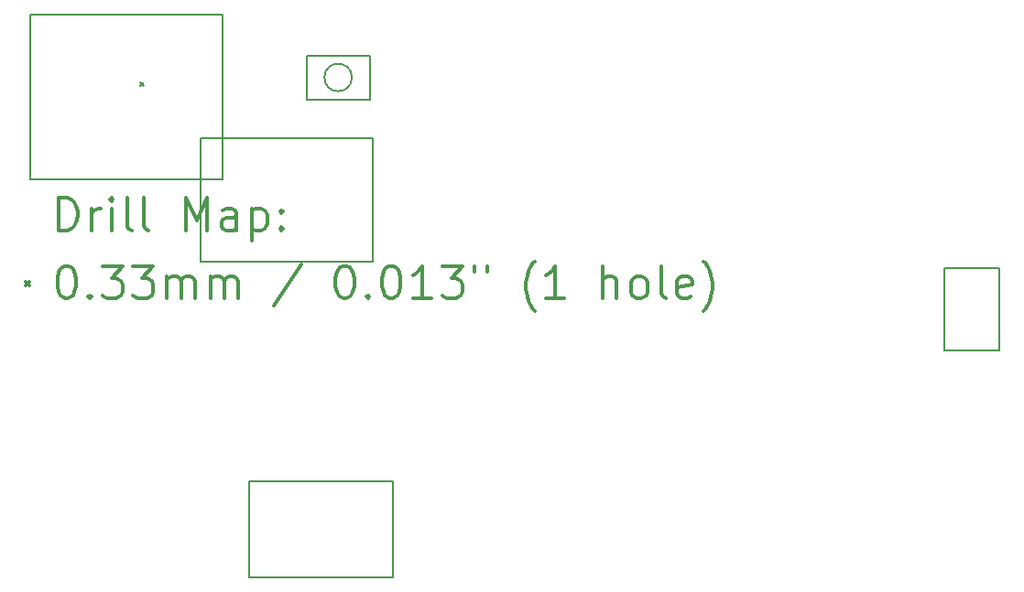
<source format=gbr>
G04 This is an RS-274x file exported by *
G04 gerbv version 2.6.0 *
G04 More information is available about gerbv at *
G04 http://gerbv.gpleda.org/ *
G04 --End of header info--*
%MOIN*%
%FSLAX34Y34*%
%IPPOS*%
G04 --Define apertures--*
%ADD10C,0.0050*%
%ADD11C,0.0060*%
%ADD12C,0.0079*%
%ADD13C,0.0118*%
%ADD14C,0.0138*%
%ADD15C,0.0059*%
G04 --Start main section--*
G54D11*
G01X0042000Y-034000D02*
G01X0042000Y-028000D01*
G01X0035000Y-034000D02*
G01X0042000Y-034000D01*
G01X0035000Y-028000D02*
G01X0035000Y-034000D01*
G01X0042000Y-028000D02*
G01X0035000Y-028000D01*
G54D12*
G01X0038995Y-030475D02*
G01X0039125Y-030605D01*
G01X0039125Y-030475D02*
G01X0038995Y-030605D01*
G54D13*
G01X0036039Y-035864D02*
G01X0036039Y-034682D01*
G01X0036039Y-034682D02*
G01X0036320Y-034682D01*
G01X0036320Y-034682D02*
G01X0036489Y-034739D01*
G01X0036489Y-034739D02*
G01X0036601Y-034851D01*
G01X0036601Y-034851D02*
G01X0036657Y-034964D01*
G01X0036657Y-034964D02*
G01X0036714Y-035189D01*
G01X0036714Y-035189D02*
G01X0036714Y-035357D01*
G01X0036714Y-035357D02*
G01X0036657Y-035582D01*
G01X0036657Y-035582D02*
G01X0036601Y-035695D01*
G01X0036601Y-035695D02*
G01X0036489Y-035807D01*
G01X0036489Y-035807D02*
G01X0036320Y-035864D01*
G01X0036320Y-035864D02*
G01X0036039Y-035864D01*
G01X0037220Y-035864D02*
G01X0037220Y-035076D01*
G01X0037220Y-035301D02*
G01X0037276Y-035189D01*
G01X0037276Y-035189D02*
G01X0037332Y-035132D01*
G01X0037332Y-035132D02*
G01X0037445Y-035076D01*
G01X0037445Y-035076D02*
G01X0037557Y-035076D01*
G01X0037951Y-035864D02*
G01X0037951Y-035076D01*
G01X0037951Y-034682D02*
G01X0037895Y-034739D01*
G01X0037895Y-034739D02*
G01X0037951Y-034795D01*
G01X0037951Y-034795D02*
G01X0038007Y-034739D01*
G01X0038007Y-034739D02*
G01X0037951Y-034682D01*
G01X0037951Y-034682D02*
G01X0037951Y-034795D01*
G01X0038682Y-035864D02*
G01X0038570Y-035807D01*
G01X0038570Y-035807D02*
G01X0038513Y-035695D01*
G01X0038513Y-035695D02*
G01X0038513Y-034682D01*
G01X0039301Y-035864D02*
G01X0039188Y-035807D01*
G01X0039188Y-035807D02*
G01X0039132Y-035695D01*
G01X0039132Y-035695D02*
G01X0039132Y-034682D01*
G01X0040651Y-035864D02*
G01X0040651Y-034682D01*
G01X0040651Y-034682D02*
G01X0041044Y-035526D01*
G01X0041044Y-035526D02*
G01X0041438Y-034682D01*
G01X0041438Y-034682D02*
G01X0041438Y-035864D01*
G01X0042507Y-035864D02*
G01X0042507Y-035245D01*
G01X0042507Y-035245D02*
G01X0042450Y-035132D01*
G01X0042450Y-035132D02*
G01X0042338Y-035076D01*
G01X0042338Y-035076D02*
G01X0042113Y-035076D01*
G01X0042113Y-035076D02*
G01X0042000Y-035132D01*
G01X0042507Y-035807D02*
G01X0042394Y-035864D01*
G01X0042394Y-035864D02*
G01X0042113Y-035864D01*
G01X0042113Y-035864D02*
G01X0042000Y-035807D01*
G01X0042000Y-035807D02*
G01X0041944Y-035695D01*
G01X0041944Y-035695D02*
G01X0041944Y-035582D01*
G01X0041944Y-035582D02*
G01X0042000Y-035470D01*
G01X0042000Y-035470D02*
G01X0042113Y-035414D01*
G01X0042113Y-035414D02*
G01X0042394Y-035414D01*
G01X0042394Y-035414D02*
G01X0042507Y-035357D01*
G01X0043069Y-035076D02*
G01X0043069Y-036257D01*
G01X0043069Y-035132D02*
G01X0043181Y-035076D01*
G01X0043181Y-035076D02*
G01X0043406Y-035076D01*
G01X0043406Y-035076D02*
G01X0043519Y-035132D01*
G01X0043519Y-035132D02*
G01X0043575Y-035189D01*
G01X0043575Y-035189D02*
G01X0043631Y-035301D01*
G01X0043631Y-035301D02*
G01X0043631Y-035639D01*
G01X0043631Y-035639D02*
G01X0043575Y-035751D01*
G01X0043575Y-035751D02*
G01X0043519Y-035807D01*
G01X0043519Y-035807D02*
G01X0043406Y-035864D01*
G01X0043406Y-035864D02*
G01X0043181Y-035864D01*
G01X0043181Y-035864D02*
G01X0043069Y-035807D01*
G01X0044138Y-035751D02*
G01X0044194Y-035807D01*
G01X0044194Y-035807D02*
G01X0044138Y-035864D01*
G01X0044138Y-035864D02*
G01X0044081Y-035807D01*
G01X0044081Y-035807D02*
G01X0044138Y-035751D01*
G01X0044138Y-035751D02*
G01X0044138Y-035864D01*
G01X0044138Y-035132D02*
G01X0044194Y-035189D01*
G01X0044194Y-035189D02*
G01X0044138Y-035245D01*
G01X0044138Y-035245D02*
G01X0044081Y-035189D01*
G01X0044081Y-035189D02*
G01X0044138Y-035132D01*
G01X0044138Y-035132D02*
G01X0044138Y-035245D01*
G01X0034840Y-037745D02*
G01X0034970Y-037875D01*
G01X0034970Y-037745D02*
G01X0034840Y-037875D01*
G01X0036264Y-037163D02*
G01X0036376Y-037163D01*
G01X0036376Y-037163D02*
G01X0036489Y-037219D01*
G01X0036489Y-037219D02*
G01X0036545Y-037275D01*
G01X0036545Y-037275D02*
G01X0036601Y-037388D01*
G01X0036601Y-037388D02*
G01X0036657Y-037613D01*
G01X0036657Y-037613D02*
G01X0036657Y-037894D01*
G01X0036657Y-037894D02*
G01X0036601Y-038119D01*
G01X0036601Y-038119D02*
G01X0036545Y-038231D01*
G01X0036545Y-038231D02*
G01X0036489Y-038288D01*
G01X0036489Y-038288D02*
G01X0036376Y-038344D01*
G01X0036376Y-038344D02*
G01X0036264Y-038344D01*
G01X0036264Y-038344D02*
G01X0036151Y-038288D01*
G01X0036151Y-038288D02*
G01X0036095Y-038231D01*
G01X0036095Y-038231D02*
G01X0036039Y-038119D01*
G01X0036039Y-038119D02*
G01X0035982Y-037894D01*
G01X0035982Y-037894D02*
G01X0035982Y-037613D01*
G01X0035982Y-037613D02*
G01X0036039Y-037388D01*
G01X0036039Y-037388D02*
G01X0036095Y-037275D01*
G01X0036095Y-037275D02*
G01X0036151Y-037219D01*
G01X0036151Y-037219D02*
G01X0036264Y-037163D01*
G01X0037163Y-038231D02*
G01X0037220Y-038288D01*
G01X0037220Y-038288D02*
G01X0037163Y-038344D01*
G01X0037163Y-038344D02*
G01X0037107Y-038288D01*
G01X0037107Y-038288D02*
G01X0037163Y-038231D01*
G01X0037163Y-038231D02*
G01X0037163Y-038344D01*
G01X0037613Y-037163D02*
G01X0038345Y-037163D01*
G01X0038345Y-037163D02*
G01X0037951Y-037613D01*
G01X0037951Y-037613D02*
G01X0038120Y-037613D01*
G01X0038120Y-037613D02*
G01X0038232Y-037669D01*
G01X0038232Y-037669D02*
G01X0038288Y-037725D01*
G01X0038288Y-037725D02*
G01X0038345Y-037838D01*
G01X0038345Y-037838D02*
G01X0038345Y-038119D01*
G01X0038345Y-038119D02*
G01X0038288Y-038231D01*
G01X0038288Y-038231D02*
G01X0038232Y-038288D01*
G01X0038232Y-038288D02*
G01X0038120Y-038344D01*
G01X0038120Y-038344D02*
G01X0037782Y-038344D01*
G01X0037782Y-038344D02*
G01X0037670Y-038288D01*
G01X0037670Y-038288D02*
G01X0037613Y-038231D01*
G01X0038738Y-037163D02*
G01X0039469Y-037163D01*
G01X0039469Y-037163D02*
G01X0039076Y-037613D01*
G01X0039076Y-037613D02*
G01X0039244Y-037613D01*
G01X0039244Y-037613D02*
G01X0039357Y-037669D01*
G01X0039357Y-037669D02*
G01X0039413Y-037725D01*
G01X0039413Y-037725D02*
G01X0039469Y-037838D01*
G01X0039469Y-037838D02*
G01X0039469Y-038119D01*
G01X0039469Y-038119D02*
G01X0039413Y-038231D01*
G01X0039413Y-038231D02*
G01X0039357Y-038288D01*
G01X0039357Y-038288D02*
G01X0039244Y-038344D01*
G01X0039244Y-038344D02*
G01X0038907Y-038344D01*
G01X0038907Y-038344D02*
G01X0038795Y-038288D01*
G01X0038795Y-038288D02*
G01X0038738Y-038231D01*
G01X0039976Y-038344D02*
G01X0039976Y-037556D01*
G01X0039976Y-037669D02*
G01X0040032Y-037613D01*
G01X0040032Y-037613D02*
G01X0040144Y-037556D01*
G01X0040144Y-037556D02*
G01X0040313Y-037556D01*
G01X0040313Y-037556D02*
G01X0040426Y-037613D01*
G01X0040426Y-037613D02*
G01X0040482Y-037725D01*
G01X0040482Y-037725D02*
G01X0040482Y-038344D01*
G01X0040482Y-037725D02*
G01X0040538Y-037613D01*
G01X0040538Y-037613D02*
G01X0040651Y-037556D01*
G01X0040651Y-037556D02*
G01X0040819Y-037556D01*
G01X0040819Y-037556D02*
G01X0040932Y-037613D01*
G01X0040932Y-037613D02*
G01X0040988Y-037725D01*
G01X0040988Y-037725D02*
G01X0040988Y-038344D01*
G01X0041550Y-038344D02*
G01X0041550Y-037556D01*
G01X0041550Y-037669D02*
G01X0041607Y-037613D01*
G01X0041607Y-037613D02*
G01X0041719Y-037556D01*
G01X0041719Y-037556D02*
G01X0041888Y-037556D01*
G01X0041888Y-037556D02*
G01X0042000Y-037613D01*
G01X0042000Y-037613D02*
G01X0042057Y-037725D01*
G01X0042057Y-037725D02*
G01X0042057Y-038344D01*
G01X0042057Y-037725D02*
G01X0042113Y-037613D01*
G01X0042113Y-037613D02*
G01X0042225Y-037556D01*
G01X0042225Y-037556D02*
G01X0042394Y-037556D01*
G01X0042394Y-037556D02*
G01X0042507Y-037613D01*
G01X0042507Y-037613D02*
G01X0042563Y-037725D01*
G01X0042563Y-037725D02*
G01X0042563Y-038344D01*
G01X0044869Y-037106D02*
G01X0043856Y-038625D01*
G01X0046387Y-037163D02*
G01X0046500Y-037163D01*
G01X0046500Y-037163D02*
G01X0046612Y-037219D01*
G01X0046612Y-037219D02*
G01X0046669Y-037275D01*
G01X0046669Y-037275D02*
G01X0046725Y-037388D01*
G01X0046725Y-037388D02*
G01X0046781Y-037613D01*
G01X0046781Y-037613D02*
G01X0046781Y-037894D01*
G01X0046781Y-037894D02*
G01X0046725Y-038119D01*
G01X0046725Y-038119D02*
G01X0046669Y-038231D01*
G01X0046669Y-038231D02*
G01X0046612Y-038288D01*
G01X0046612Y-038288D02*
G01X0046500Y-038344D01*
G01X0046500Y-038344D02*
G01X0046387Y-038344D01*
G01X0046387Y-038344D02*
G01X0046275Y-038288D01*
G01X0046275Y-038288D02*
G01X0046219Y-038231D01*
G01X0046219Y-038231D02*
G01X0046162Y-038119D01*
G01X0046162Y-038119D02*
G01X0046106Y-037894D01*
G01X0046106Y-037894D02*
G01X0046106Y-037613D01*
G01X0046106Y-037613D02*
G01X0046162Y-037388D01*
G01X0046162Y-037388D02*
G01X0046219Y-037275D01*
G01X0046219Y-037275D02*
G01X0046275Y-037219D01*
G01X0046275Y-037219D02*
G01X0046387Y-037163D01*
G01X0047287Y-038231D02*
G01X0047343Y-038288D01*
G01X0047343Y-038288D02*
G01X0047287Y-038344D01*
G01X0047287Y-038344D02*
G01X0047231Y-038288D01*
G01X0047231Y-038288D02*
G01X0047287Y-038231D01*
G01X0047287Y-038231D02*
G01X0047287Y-038344D01*
G01X0048075Y-037163D02*
G01X0048187Y-037163D01*
G01X0048187Y-037163D02*
G01X0048300Y-037219D01*
G01X0048300Y-037219D02*
G01X0048356Y-037275D01*
G01X0048356Y-037275D02*
G01X0048412Y-037388D01*
G01X0048412Y-037388D02*
G01X0048468Y-037613D01*
G01X0048468Y-037613D02*
G01X0048468Y-037894D01*
G01X0048468Y-037894D02*
G01X0048412Y-038119D01*
G01X0048412Y-038119D02*
G01X0048356Y-038231D01*
G01X0048356Y-038231D02*
G01X0048300Y-038288D01*
G01X0048300Y-038288D02*
G01X0048187Y-038344D01*
G01X0048187Y-038344D02*
G01X0048075Y-038344D01*
G01X0048075Y-038344D02*
G01X0047962Y-038288D01*
G01X0047962Y-038288D02*
G01X0047906Y-038231D01*
G01X0047906Y-038231D02*
G01X0047850Y-038119D01*
G01X0047850Y-038119D02*
G01X0047793Y-037894D01*
G01X0047793Y-037894D02*
G01X0047793Y-037613D01*
G01X0047793Y-037613D02*
G01X0047850Y-037388D01*
G01X0047850Y-037388D02*
G01X0047906Y-037275D01*
G01X0047906Y-037275D02*
G01X0047962Y-037219D01*
G01X0047962Y-037219D02*
G01X0048075Y-037163D01*
G01X0049593Y-038344D02*
G01X0048918Y-038344D01*
G01X0049256Y-038344D02*
G01X0049256Y-037163D01*
G01X0049256Y-037163D02*
G01X0049143Y-037331D01*
G01X0049143Y-037331D02*
G01X0049031Y-037444D01*
G01X0049031Y-037444D02*
G01X0048918Y-037500D01*
G01X0049987Y-037163D02*
G01X0050718Y-037163D01*
G01X0050718Y-037163D02*
G01X0050324Y-037613D01*
G01X0050324Y-037613D02*
G01X0050493Y-037613D01*
G01X0050493Y-037613D02*
G01X0050606Y-037669D01*
G01X0050606Y-037669D02*
G01X0050662Y-037725D01*
G01X0050662Y-037725D02*
G01X0050718Y-037838D01*
G01X0050718Y-037838D02*
G01X0050718Y-038119D01*
G01X0050718Y-038119D02*
G01X0050662Y-038231D01*
G01X0050662Y-038231D02*
G01X0050606Y-038288D01*
G01X0050606Y-038288D02*
G01X0050493Y-038344D01*
G01X0050493Y-038344D02*
G01X0050156Y-038344D01*
G01X0050156Y-038344D02*
G01X0050043Y-038288D01*
G01X0050043Y-038288D02*
G01X0049987Y-038231D01*
G01X0051168Y-037163D02*
G01X0051168Y-037388D01*
G01X0051618Y-037163D02*
G01X0051618Y-037388D01*
G01X0053361Y-038794D02*
G01X0053305Y-038738D01*
G01X0053305Y-038738D02*
G01X0053193Y-038569D01*
G01X0053193Y-038569D02*
G01X0053136Y-038456D01*
G01X0053136Y-038456D02*
G01X0053080Y-038288D01*
G01X0053080Y-038288D02*
G01X0053024Y-038006D01*
G01X0053024Y-038006D02*
G01X0053024Y-037781D01*
G01X0053024Y-037781D02*
G01X0053080Y-037500D01*
G01X0053080Y-037500D02*
G01X0053136Y-037331D01*
G01X0053136Y-037331D02*
G01X0053193Y-037219D01*
G01X0053193Y-037219D02*
G01X0053305Y-037050D01*
G01X0053305Y-037050D02*
G01X0053361Y-036994D01*
G01X0054430Y-038344D02*
G01X0053755Y-038344D01*
G01X0054093Y-038344D02*
G01X0054093Y-037163D01*
G01X0054093Y-037163D02*
G01X0053980Y-037331D01*
G01X0053980Y-037331D02*
G01X0053868Y-037444D01*
G01X0053868Y-037444D02*
G01X0053755Y-037500D01*
G01X0055836Y-038344D02*
G01X0055836Y-037163D01*
G01X0056342Y-038344D02*
G01X0056342Y-037725D01*
G01X0056342Y-037725D02*
G01X0056286Y-037613D01*
G01X0056286Y-037613D02*
G01X0056174Y-037556D01*
G01X0056174Y-037556D02*
G01X0056005Y-037556D01*
G01X0056005Y-037556D02*
G01X0055892Y-037613D01*
G01X0055892Y-037613D02*
G01X0055836Y-037669D01*
G01X0057073Y-038344D02*
G01X0056961Y-038288D01*
G01X0056961Y-038288D02*
G01X0056905Y-038231D01*
G01X0056905Y-038231D02*
G01X0056849Y-038119D01*
G01X0056849Y-038119D02*
G01X0056849Y-037781D01*
G01X0056849Y-037781D02*
G01X0056905Y-037669D01*
G01X0056905Y-037669D02*
G01X0056961Y-037613D01*
G01X0056961Y-037613D02*
G01X0057073Y-037556D01*
G01X0057073Y-037556D02*
G01X0057242Y-037556D01*
G01X0057242Y-037556D02*
G01X0057355Y-037613D01*
G01X0057355Y-037613D02*
G01X0057411Y-037669D01*
G01X0057411Y-037669D02*
G01X0057467Y-037781D01*
G01X0057467Y-037781D02*
G01X0057467Y-038119D01*
G01X0057467Y-038119D02*
G01X0057411Y-038231D01*
G01X0057411Y-038231D02*
G01X0057355Y-038288D01*
G01X0057355Y-038288D02*
G01X0057242Y-038344D01*
G01X0057242Y-038344D02*
G01X0057073Y-038344D01*
G01X0058142Y-038344D02*
G01X0058030Y-038288D01*
G01X0058030Y-038288D02*
G01X0057973Y-038175D01*
G01X0057973Y-038175D02*
G01X0057973Y-037163D01*
G01X0059042Y-038288D02*
G01X0058930Y-038344D01*
G01X0058930Y-038344D02*
G01X0058705Y-038344D01*
G01X0058705Y-038344D02*
G01X0058592Y-038288D01*
G01X0058592Y-038288D02*
G01X0058536Y-038175D01*
G01X0058536Y-038175D02*
G01X0058536Y-037725D01*
G01X0058536Y-037725D02*
G01X0058592Y-037613D01*
G01X0058592Y-037613D02*
G01X0058705Y-037556D01*
G01X0058705Y-037556D02*
G01X0058930Y-037556D01*
G01X0058930Y-037556D02*
G01X0059042Y-037613D01*
G01X0059042Y-037613D02*
G01X0059098Y-037725D01*
G01X0059098Y-037725D02*
G01X0059098Y-037838D01*
G01X0059098Y-037838D02*
G01X0058536Y-037950D01*
G01X0059492Y-038794D02*
G01X0059548Y-038738D01*
G01X0059548Y-038738D02*
G01X0059661Y-038569D01*
G01X0059661Y-038569D02*
G01X0059717Y-038456D01*
G01X0059717Y-038456D02*
G01X0059773Y-038288D01*
G01X0059773Y-038288D02*
G01X0059829Y-038006D01*
G01X0059829Y-038006D02*
G01X0059829Y-037781D01*
G01X0059829Y-037781D02*
G01X0059773Y-037500D01*
G01X0059773Y-037500D02*
G01X0059717Y-037331D01*
G01X0059717Y-037331D02*
G01X0059661Y-037219D01*
G01X0059661Y-037219D02*
G01X0059548Y-037050D01*
G01X0059548Y-037050D02*
G01X0059492Y-036994D01*
G01X0000000Y0000000D02*
G54D11*
G01X0042000Y-034000D02*
G01X0042000Y-028000D01*
G01X0035000Y-034000D02*
G01X0042000Y-034000D01*
G01X0035000Y-028000D02*
G01X0035000Y-034000D01*
G01X0042000Y-028000D02*
G01X0035000Y-028000D01*
G01X0000000Y0000000D02*
G54D15*
G01X0046700Y-030300D02*
G75*
G03X0046700Y-030300I-000500J0000000D01*
G01X0045050Y-031100D02*
G01X0045050Y-029500D01*
G01X0047350Y-031100D02*
G01X0045050Y-031100D01*
G01X0047350Y-029500D02*
G01X0047350Y-031100D01*
G01X0045050Y-029500D02*
G01X0047350Y-029500D01*
G01X0047450Y-037000D02*
G01X0041200Y-037000D01*
G01X0068250Y-040250D02*
G01X0068250Y-037250D01*
G01X0070250Y-040250D02*
G01X0068250Y-040250D01*
G01X0070250Y-037250D02*
G01X0070250Y-040250D01*
G01X0068250Y-037250D02*
G01X0070250Y-037250D01*
G01X0042950Y-048500D02*
G01X0042950Y-045000D01*
G01X0048200Y-048500D02*
G01X0042950Y-048500D01*
G01X0048200Y-045000D02*
G01X0048200Y-048500D01*
G01X0042950Y-045000D02*
G01X0048200Y-045000D01*
G01X0041200Y-037000D02*
G01X0041200Y-032500D01*
G01X0047450Y-032500D02*
G01X0047450Y-037000D01*
G01X0041200Y-032500D02*
G01X0047450Y-032500D01*
M02*

</source>
